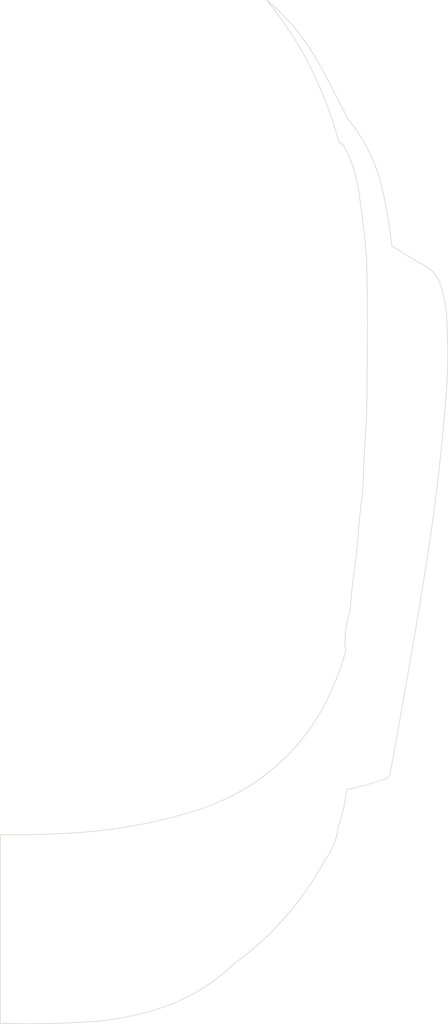
<source format=kicad_pcb>
(kicad_pcb (version 20171130) (host pcbnew "(5.1.9)-1")

  (general
    (thickness 1.6)
    (drawings 62)
    (tracks 0)
    (zones 0)
    (modules 0)
    (nets 1)
  )

  (page A0)
  (layers
    (0 F.Cu signal)
    (31 B.Cu signal)
    (32 B.Adhes user)
    (33 F.Adhes user)
    (34 B.Paste user)
    (35 F.Paste user)
    (36 B.SilkS user)
    (37 F.SilkS user)
    (38 B.Mask user)
    (39 F.Mask user)
    (40 Dwgs.User user)
    (41 Cmts.User user)
    (42 Eco1.User user)
    (43 Eco2.User user)
    (44 Edge.Cuts user)
    (45 Margin user)
    (46 B.CrtYd user)
    (47 F.CrtYd user)
    (48 B.Fab user)
    (49 F.Fab user)
  )

  (setup
    (last_trace_width 0.25)
    (trace_clearance 0.2)
    (zone_clearance 0.508)
    (zone_45_only no)
    (trace_min 0.2)
    (via_size 0.8)
    (via_drill 0.4)
    (via_min_size 0.4)
    (via_min_drill 0.3)
    (uvia_size 0.3)
    (uvia_drill 0.1)
    (uvias_allowed no)
    (uvia_min_size 0.2)
    (uvia_min_drill 0.1)
    (edge_width 0.1)
    (segment_width 0.2)
    (pcb_text_width 0.3)
    (pcb_text_size 1.5 1.5)
    (mod_edge_width 0.15)
    (mod_text_size 1 1)
    (mod_text_width 0.15)
    (pad_size 1.524 1.524)
    (pad_drill 0.762)
    (pad_to_mask_clearance 0)
    (aux_axis_origin 0 0)
    (visible_elements FFFFFF7F)
    (pcbplotparams
      (layerselection 0x010fc_ffffffff)
      (usegerberextensions false)
      (usegerberattributes true)
      (usegerberadvancedattributes true)
      (creategerberjobfile true)
      (excludeedgelayer true)
      (linewidth 0.100000)
      (plotframeref false)
      (viasonmask false)
      (mode 1)
      (useauxorigin false)
      (hpglpennumber 1)
      (hpglpenspeed 20)
      (hpglpendiameter 15.000000)
      (psnegative false)
      (psa4output false)
      (plotreference true)
      (plotvalue true)
      (plotinvisibletext false)
      (padsonsilk false)
      (subtractmaskfromsilk false)
      (outputformat 1)
      (mirror false)
      (drillshape 1)
      (scaleselection 1)
      (outputdirectory ""))
  )

  (net 0 "")

  (net_class Default "This is the default net class."
    (clearance 0.2)
    (trace_width 0.25)
    (via_dia 0.8)
    (via_drill 0.4)
    (uvia_dia 0.3)
    (uvia_drill 0.1)
  )

  (gr_curve (pts (xy 313.041667 282.4125) (xy 313.324767 279.872043) (xy 313.889892 277.725749) (xy 314.452778 276.0625)) (layer Edge.Cuts) (width 0.2))
  (gr_curve (pts (xy 313.041667 289.115277) (xy 312.842842 287.330309) (xy 312.748661 285.041926) (xy 313.041667 282.4125)) (layer Edge.Cuts) (width 0.2))
  (gr_curve (pts (xy 310.572222 296.523611) (xy 311.719525 293.551548) (xy 312.513017 290.988957) (xy 313.041667 289.115277)) (layer Edge.Cuts) (width 0.2))
  (gr_curve (pts (xy 296.108333 320.865277) (xy 304.759226 311.319499) (xy 308.584359 301.67306) (xy 310.572222 296.523611)) (layer Edge.Cuts) (width 0.2))
  (gr_curve (pts (xy 267.533333 339.915277) (xy 272.38252 338.077857) (xy 284.986532 333.137612) (xy 296.108333 320.865277)) (layer Edge.Cuts) (width 0.2))
  (gr_curve (pts (xy 201.563889 349.0875) (xy 217.314349 349.044544) (xy 237.176487 348.859477) (xy 259.772222 342.384722)) (layer Edge.Cuts) (width 0.2))
  (gr_curve (pts (xy 259.772222 342.384722) (xy 263.021335 341.453685) (xy 264.875184 340.922473) (xy 267.533333 339.915277)) (layer Edge.Cuts) (width 0.2))
  (gr_curve (pts (xy 314.452778 276.0625) (xy 314.639545 273.669278) (xy 314.96248 269.993361) (xy 315.511111 265.479166)) (layer Edge.Cuts) (width 0.2))
  (gr_curve (pts (xy 226.611111 410.470833) (xy 224.299495 410.616948) (xy 221.94727 410.735545) (xy 219.555556 410.823611)) (layer Edge.Cuts) (width 0.2))
  (gr_curve (pts (xy 219.555556 410.823611) (xy 212.678542 411.076782) (xy 206.083725 411.054647) (xy 199.8 410.823611)) (layer Edge.Cuts) (width 0.2))
  (gr_curve (pts (xy 291.522222 378.015277) (xy 286.216775 383.755065) (xy 280.920888 388.138669) (xy 276.352778 391.420833)) (layer Edge.Cuts) (width 0.2))
  (gr_curve (pts (xy 276.352778 391.420833) (xy 274.647843 393.060031) (xy 272.044169 395.379485) (xy 268.591667 397.770833)) (layer Edge.Cuts) (width 0.2))
  (gr_curve (pts (xy 241.427778 408.706944) (xy 237.806315 409.456037) (xy 232.754491 410.260338) (xy 226.611111 410.470833)) (layer Edge.Cuts) (width 0.2))
  (gr_curve (pts (xy 268.591667 397.770833) (xy 257.864845 405.200698) (xy 247.392228 407.473255) (xy 241.427778 408.706944)) (layer Edge.Cuts) (width 0.2))
  (gr_curve (pts (xy 199.8 410.823611) (xy 199.8 390.244914) (xy 199.8 369.666196) (xy 199.8 349.0875)) (layer Edge.Cuts) (width 0.2))
  (gr_curve (pts (xy 199.8 349.0875) (xy 200.096364 349.088339) (xy 200.746346 349.089739) (xy 201.563889 349.0875)) (layer Edge.Cuts) (width 0.2))
  (gr_curve (pts (xy 313.747222 114.490277) (xy 316.109912 117.344028) (xy 318.830202 121.206873) (xy 321.155555 126.131944)) (layer Edge.Cuts) (width 0.2))
  (gr_curve (pts (xy 316.569444 257.365277) (xy 317.179399 252.017025) (xy 316.997885 251.605874) (xy 317.627778 245.370833)) (layer Edge.Cuts) (width 0.2))
  (gr_curve (pts (xy 345.144444 172.345833) (xy 345.921658 175.334066) (xy 346.148517 177.91596) (xy 346.202778 179.754166)) (layer Edge.Cuts) (width 0.2))
  (gr_curve (pts (xy 335.619444 160.704166) (xy 339.656924 163.053345) (xy 340.656949 163.395292) (xy 341.969444 164.9375)) (layer Edge.Cuts) (width 0.2))
  (gr_curve (pts (xy 315.511111 130.365277) (xy 314.672359 127.820773) (xy 313.746619 125.78063) (xy 313.041667 124.368055)) (layer Edge.Cuts) (width 0.2))
  (gr_curve (pts (xy 320.143774 169.998086) (xy 320.069188 165.432851) (xy 320.031895 163.150238) (xy 319.920833 160.880555)) (layer Edge.Cuts) (width 0.2))
  (gr_curve (pts (xy 321.155555 126.131944) (xy 322.599653 129.190543) (xy 323.611306 132.065475) (xy 324.330555 134.598611)) (layer Edge.Cuts) (width 0.2))
  (gr_curve (pts (xy 292.580555 82.740277) (xy 290.808915 80.210232) (xy 289.034045 77.860106) (xy 287.288889 75.684722)) (layer Edge.Cuts) (width 0.2))
  (gr_curve (pts (xy 313.041667 124.368055) (xy 312.900116 124.072638) (xy 312.678984 123.692752) (xy 312.336111 123.309722)) (layer Edge.Cuts) (width 0.2))
  (gr_curve (pts (xy 319.038889 227.379166) (xy 319.276945 221.63251) (xy 319.50768 219.625031) (xy 319.744444 215.384722)) (layer Edge.Cuts) (width 0.2))
  (gr_curve (pts (xy 317.627778 245.370833) (xy 318.189199 239.81342) (xy 318.398446 239.496213) (xy 318.686111 235.493055)) (layer Edge.Cuts) (width 0.2))
  (gr_curve (pts (xy 317.275 137.773611) (xy 317.146541 136.943192) (xy 316.909992 135.479479) (xy 316.442493 133.594473)) (layer Edge.Cuts) (width 0.2))
  (gr_curve (pts (xy 325.741667 140.595833) (xy 326.908391 146.058096) (xy 327.697447 151.254722) (xy 328.211111 156.118055)) (layer Edge.Cuts) (width 0.2))
  (gr_curve (pts (xy 325.036111 331.095833) (xy 323.289534 331.709814) (xy 321.406014 332.307172) (xy 319.391667 332.859722)) (layer Edge.Cuts) (width 0.2))
  (gr_curve (pts (xy 293.991667 82.034722) (xy 294.906038 83.023292) (xy 297.611041 86.004958) (xy 300.694444 90.501388)) (layer Edge.Cuts) (width 0.2))
  (gr_curve (pts (xy 324.330555 134.598611) (xy 324.828544 136.534873) (xy 325.30134 138.534406) (xy 325.741667 140.595833)) (layer Edge.Cuts) (width 0.2))
  (gr_curve (pts (xy 327.858333 327.920833) (xy 327.870563 328.139597) (xy 327.903421 329.150581) (xy 327.152778 330.0375)) (layer Edge.Cuts) (width 0.2))
  (gr_curve (pts (xy 337.383333 273.593055) (xy 335.321271 286.208736) (xy 333.452178 296.70211) (xy 331.033333 310.281944)) (layer Edge.Cuts) (width 0.2))
  (gr_curve (pts (xy 307.044444 101.4375) (xy 308.829348 104.773773) (xy 311.137519 109.193432) (xy 313.747222 114.490277)) (layer Edge.Cuts) (width 0.2))
  (gr_curve (pts (xy 299.283333 93.323611) (xy 297.365664 89.960988) (xy 295.147152 86.405558) (xy 292.580555 82.740277)) (layer Edge.Cuts) (width 0.2))
  (gr_curve (pts (xy 300.694444 90.501388) (xy 301.824436 92.149194) (xy 303.279945 94.401054) (xy 307.044444 101.4375)) (layer Edge.Cuts) (width 0.2))
  (gr_curve (pts (xy 309.161111 116.254166) (xy 308.158028 113.21802) (xy 306.992208 110.03178) (xy 305.633333 106.729166)) (layer Edge.Cuts) (width 0.2))
  (gr_curve (pts (xy 309.161111 352.2625) (xy 308.292861 354.413725) (xy 307.214589 356.060459) (xy 306.338889 357.201389)) (layer Edge.Cuts) (width 0.2))
  (gr_curve (pts (xy 306.338889 357.201389) (xy 303.168841 363.120945) (xy 298.449146 370.521269) (xy 291.522222 378.015277)) (layer Edge.Cuts) (width 0.2))
  (gr_curve (pts (xy 319.391667 332.859722) (xy 317.288177 333.436732) (xy 315.281711 333.89915) (xy 313.394444 334.270833)) (layer Edge.Cuts) (width 0.2))
  (gr_curve (pts (xy 331.033333 310.281944) (xy 329.698832 317.773993) (xy 328.58822 323.908309) (xy 327.858333 327.920833)) (layer Edge.Cuts) (width 0.2))
  (gr_curve (pts (xy 312.336111 340.620833) (xy 311.821155 342.855494) (xy 311.204742 344.861379) (xy 310.572222 346.618055)) (layer Edge.Cuts) (width 0.2))
  (gr_curve (pts (xy 305.633333 106.729166) (xy 303.602363 101.793066) (xy 301.438714 97.322446) (xy 299.283333 93.323611)) (layer Edge.Cuts) (width 0.2))
  (gr_curve (pts (xy 310.572222 346.618055) (xy 310.417193 348.069754) (xy 310.052745 350.053418) (xy 309.161111 352.2625)) (layer Edge.Cuts) (width 0.2))
  (gr_curve (pts (xy 341.969444 164.9375) (xy 343.766923 167.049612) (xy 344.352245 169.300035) (xy 345.144444 172.345833)) (layer Edge.Cuts) (width 0.2))
  (gr_curve (pts (xy 313.394444 334.270833) (xy 313.195878 336.176488) (xy 312.867862 338.313394) (xy 312.336111 340.620833)) (layer Edge.Cuts) (width 0.2))
  (gr_curve (pts (xy 287.288889 75.684722) (xy 289.193467 77.264005) (xy 291.524375 79.367268) (xy 293.991667 82.034722)) (layer Edge.Cuts) (width 0.2))
  (gr_curve (pts (xy 327.152778 330.0375) (xy 326.341673 330.995861) (xy 325.229941 331.083754) (xy 325.036111 331.095833)) (layer Edge.Cuts) (width 0.2))
  (gr_curve (pts (xy 341.969444 243.606944) (xy 340.616254 253.813879) (xy 339.396733 261.274987) (xy 337.383333 273.593055)) (layer Edge.Cuts) (width 0.2))
  (gr_curve (pts (xy 310.925 122.251388) (xy 310.337051 120.252313) (xy 309.74906 118.253242) (xy 309.161111 116.254166)) (layer Edge.Cuts) (width 0.2))
  (gr_curve (pts (xy 316.442493 133.594473) (xy 316.200087 132.617105) (xy 315.895928 131.532637) (xy 315.511111 130.365277)) (layer Edge.Cuts) (width 0.2))
  (gr_curve (pts (xy 320.097222 199.509722) (xy 320.147736 188.702985) (xy 320.320206 180.794768) (xy 320.143774 169.998086)) (layer Edge.Cuts) (width 0.2))
  (gr_curve (pts (xy 345.497222 211.151389) (xy 344.825816 219.084711) (xy 343.740654 230.246799) (xy 341.969444 243.606944)) (layer Edge.Cuts) (width 0.2))
  (gr_curve (pts (xy 328.211111 156.118055) (xy 331.247274 158.11171) (xy 333.803448 159.647545) (xy 335.619444 160.704166)) (layer Edge.Cuts) (width 0.2))
  (gr_curve (pts (xy 319.744444 215.384722) (xy 320.059757 209.737952) (xy 320.06768 205.82793) (xy 320.097222 199.509722)) (layer Edge.Cuts) (width 0.2))
  (gr_curve (pts (xy 318.686111 235.493055) (xy 318.902592 232.48047) (xy 318.869175 231.476311) (xy 319.038889 227.379166)) (layer Edge.Cuts) (width 0.2))
  (gr_curve (pts (xy 315.511111 265.479166) (xy 316.001951 261.440524) (xy 316.160339 260.952311) (xy 316.569444 257.365277)) (layer Edge.Cuts) (width 0.2))
  (gr_curve (pts (xy 346.555556 192.454166) (xy 346.513138 199.17446) (xy 346.110191 205.429839) (xy 345.497222 211.151389)) (layer Edge.Cuts) (width 0.2))
  (gr_curve (pts (xy 319.920833 160.880555) (xy 319.920833 160.880523) (xy 319.491187 152.098759) (xy 317.275 137.773611)) (layer Edge.Cuts) (width 0.2))
  (gr_curve (pts (xy 312.336111 123.309722) (xy 311.829854 122.744166) (xy 311.284237 122.424332) (xy 310.925 122.251388)) (layer Edge.Cuts) (width 0.2))
  (gr_curve (pts (xy 346.202778 179.754166) (xy 346.450609 183.75698) (xy 346.583676 187.997892) (xy 346.555556 192.454166)) (layer Edge.Cuts) (width 0.2))

)

</source>
